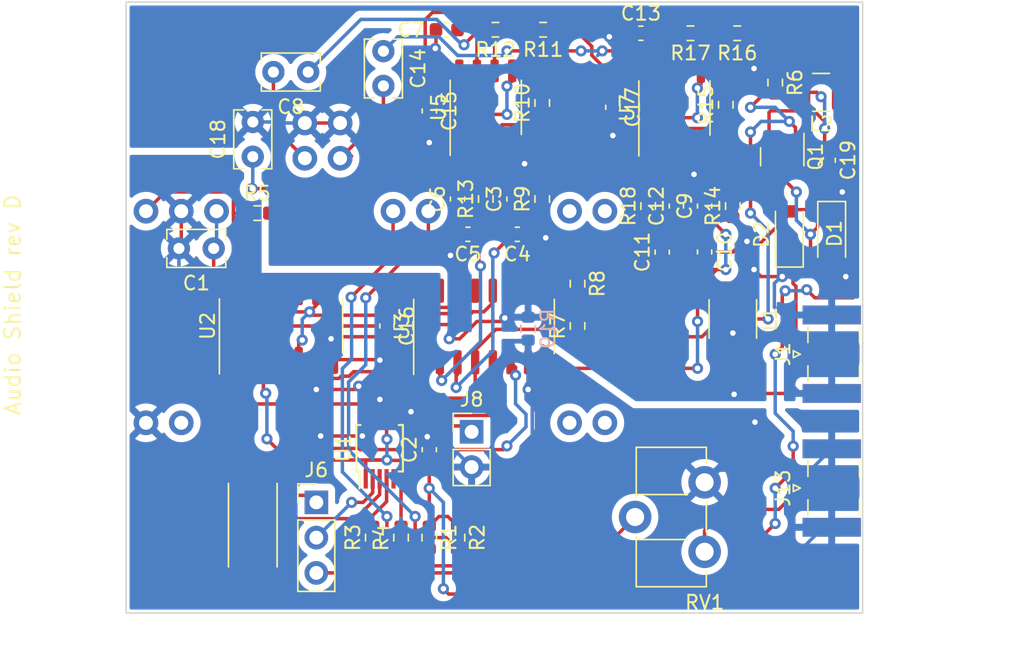
<source format=kicad_pcb>
(kicad_pcb (version 20221018) (generator pcbnew)
  (layers (0 "F.Cu" signal) (31 "B.Cu" signal) (34 "B.Paste" user) (35 "F.Paste" user) (36 "B.SilkS" user "B.Silkscreen") (37 "F.SilkS" user "F.Silkscreen") (38 "B.Mask" user) (39 "F.Mask" user) (44 "Edge.Cuts" user))
  (net 0 "")
  (net 1 "GND")
  (net 2 "Net-(U3-2Z)")
  (net 3 "Net-(C3-Pad2)")
  (net 4 "GNDA")
  (net 5 "Net-(U3-1Z)")
  (net 6 "Net-(C6-Pad2)")
  (net 7 "Net-(C7-Pad2)")
  (net 8 "Net-(U3-3Y)")
  (net 9 "Net-(C9-Pad2)")
  (net 10 "Net-(U3-4Y)")
  (net 11 "Net-(C12-Pad2)")
  (net 12 "Net-(C13-Pad2)")
  (net 13 "Net-(Q1-D)")
  (net 14 "Net-(D1-K)")
  (net 15 "Net-(Q1-S)")
  (net 16 "Net-(U1-SCL)")
  (net 17 "Net-(U1-SDA)")
  (net 18 "Net-(U3-1Y)")
  (net 19 "Net-(U3-3Z)")
  (net 20 "Net-(U1-XB)")
  (net 21 "Net-(U1-CLK1)")
  (net 22 "Net-(U5A-+)")
  (net 23 "Net-(U5B-+)")
  (net 24 "Net-(U5B--)")
  (net 25 "Net-(U7A-+)")
  (net 26 "Net-(U7B-+)")
  (net 27 "Net-(U7B--)")
  (net 33 "3.3V")
  (net 34 "5VA")
  (net 35 "Net-(J8-Pin_1)")
  (net 36 "Net-(J13-In)")
  (net 37 "Net-(J6-Pin_2)")
  (net 38 "Net-(J6-Pin_1)")
  (net 39 "Net-(J6-Pin_3)")
  (net 40 "Net-(U6-SCL)")
  (net 41 "Net-(U6-SDA)")
  (net 42 "Net-(C8-Pad1)")
  (net 43 "Net-(C8-Pad2)")
  (net 44 "Net-(C14-Pad1)")
  (net 45 "Net-(C14-Pad2)")
  (net 46 "Net-(U2G-VCC)")
  (net 47 "Net-(U1-CLK0)")
  (net 48 "Net-(U3-1E)")
  (net 49 "Net-(U3-4E)")
  (footprint "Package_SO:SOIC-14_3.9x8.7mm_P1.27mm" (layer "F.Cu") (at 168.148 84.328 90)
    (fp_text reference "U2")
    (fp_text value "74HC04")
  )
  (footprint "Potentiometer_THT:Potentiometer_ACP_CA9-H5_Horizontal" (layer "F.Cu") (at 198.628 100.584 180)
    (fp_text reference "RV1")
    (fp_text value "1K")
  )
  (footprint "Package_SO:MSOP-10_3x3mm_P0.5mm" (layer "F.Cu") (at 175.244 93.132 90)
    (fp_text reference "U1")
    (fp_text value "Si5351A-B-GT")
  )
  (footprint "Capacitor_THT:C_Rect_L4.0mm_W2.5mm_P2.50mm" (layer "F.Cu") (at 166.116 72.136 90)
    (fp_text reference "C18")
    (fp_text value "4.7u")
  )
  (footprint "Package_TO_SOT_SMD:SOT-23" (layer "F.Cu") (at 204.216 72.136 -90)
    (fp_text reference "Q1")
    (fp_text value "BF545B" hide)
  )
  (footprint "Capacitor_SMD:C_0603_1608Metric" (layer "F.Cu") (at 178.816 68.847 -90)
    (fp_text reference "C15")
    (fp_text value "100n")
  )
  (footprint "Resistor_SMD:R_0603_1608Metric" (layer "F.Cu") (at 194.564 75.692 90)
    (fp_text reference "R18")
    (fp_text value "4.7k")
  )
  (footprint "Capacitor_SMD:C_0603_1608Metric" (layer "F.Cu") (at 184.912 75.184 90)
    (fp_text reference "C3")
    (fp_text value "100n")
  )
  (footprint "Connector_Coaxial:SMA_Samtec_SMA-J-P-X-ST-EM1_EdgeMount" (layer "F.Cu") (at 207.772 86.36 90)
    (fp_text reference "J1")
    (fp_text value "Conn_Coaxial")
  )
  (footprint "Resistor_SMD:R_0603_1608Metric" (layer "F.Cu") (at 197.612 63.246 180)
    (fp_text reference "R17")
    (fp_text value "100k")
  )
  (footprint "Xtal:XTAL_ABM7-16.000MHZ-D2Y-T" (layer "F.Cu") (at 166.116 98.67 90)
    (fp_text reference "Y1" hide)
    (fp_text value "ABM7-25.000MHZ-D2Y-T")
  )
  (footprint "Package_SO:SOP-8_3.9x4.9mm_P1.27mm" (layer "F.Cu") (at 182.88 68.58 90)
    (fp_text reference "U5")
    (fp_text value "MCP6022")
  )
  (footprint "Resistor_SMD:R_0603_1608Metric" (layer "F.Cu") (at 166.433 76.2)
    (fp_text reference "R5")
    (fp_text value "100")
  )
  (footprint "Diode_SMD:D_SOD-123" (layer "F.Cu") (at 204.724 77.724 90)
    (fp_text reference "D2")
    (fp_text value "D")
  )
  (footprint "Capacitor_THT:C_Rect_L4.0mm_W2.5mm_P2.50mm" (layer "F.Cu") (at 163.302 78.74 180)
    (fp_text reference "C1")
    (fp_text value "4.7u")
  )
  (footprint "Package_SO:SO-16_3.9x9.9mm_P1.27mm" (layer "F.Cu") (at 182.753 84.363 90)
    (fp_text reference "U3")
    (fp_text value "74HC4066D_653")
  )
  (footprint "Resistor_SMD:R_0603_1608Metric" (layer "F.Cu") (at 176.784 99.568 90)
    (fp_text reference "R4")
    (fp_text value "330")
  )
  (footprint "Connector_PinHeader_2.54mm:PinHeader_1x02_P2.54mm_Vertical" (layer "F.Cu") (at 181.864 91.948)
    (fp_text reference "J8")
    (fp_text value "Conn_01x02" hide)
  )
  (footprint "Resistor_SMD:R_0603_1608Metric" (layer "F.Cu") (at 182.88 75.184 90)
    (fp_text reference "R13")
    (fp_text value "4.7k")
  )
  (footprint "Connector_PinHeader_2.54mm:PinHeader_1x03_P2.54mm_Vertical" (layer "F.Cu") (at 170.688 97.028)
    (fp_text reference "J6")
    (fp_text value "Conn_01x03_Pin" hide)
  )
  (footprint "Package_SO:SOP-8_3.9x4.9mm_P1.27mm" (layer "F.Cu") (at 196.4575 68.629 90)
    (fp_text reference "U7")
    (fp_text value "MCP6022")
  )
  (footprint "Capacitor_THT:C_Rect_L4.0mm_W2.5mm_P2.50mm" (layer "F.Cu") (at 175.514 64.536 -90)
    (fp_text reference "C14")
    (fp_text value "4.7u")
  )
  (footprint "Resistor_SMD:R_0603_1608Metric" (layer "F.Cu") (at 189.484 84.328 90)
    (fp_text reference "R7")
    (fp_text value "100")
  )
  (footprint "Capacitor_SMD:C_0603_1608Metric" (layer "F.Cu") (at 192.024 68.58 -90)
    (fp_text reference "C17")
    (fp_text value "100n")
  )
  (footprint "Capacitor_THT:C_Rect_L4.0mm_W2.5mm_P2.50mm" (layer "F.Cu") (at 170.1 66.04 180)
    (fp_text reference "C8")
    (fp_text value "4.7u")
  )
  (footprint "Inductor_SMD:L_1210_3225Metric" (layer "F.Cu") (at 207.01 67.5 180)
    (fp_text reference "L2")
    (fp_text value "100uH")
  )
  (footprint "Resistor_SMD:R_0603_1608Metric" (layer "F.Cu") (at 186.944 75.184 90)
    (fp_text reference "R9")
    (fp_text value "10k")
  )
  (footprint "Resistor_SMD:R_0603_1608Metric" (layer "F.Cu") (at 203.708 66.802 -90)
    (fp_text reference "R6")
    (fp_text value "470")
  )
  (footprint "Resistor_SMD:R_0603_1608Metric" (layer "F.Cu") (at 200.977 63.246 180)
    (fp_text reference "R16")
    (fp_text value "10k")
  )
  (footprint "Resistor_SMD:R_0603_1608Metric" (layer "F.Cu") (at 187.007 62.992 180)
    (fp_text reference "R11")
    (fp_text value "10k")
  )
  (footprint "Resistor_SMD:R_0603_1608Metric" (layer "F.Cu") (at 189.484 81.28 -90)
    (fp_text reference "R8")
    (fp_text value "100")
  )
  (footprint "Capacitor_SMD:C_0603_1608Metric" (layer "F.Cu") (at 178.816 93.231 90)
    (fp_text reference "C2")
    (fp_text value "100n")
  )
  (footprint "Resistor_SMD:R_0603_1608Metric" (layer "F.Cu") (at 200.152 68.397 90)
    (fp_text reference "R15")
    (fp_text value "100k")
  )
  (footprint "Resistor_SMD:R_0603_1608Metric" (layer "F.Cu") (at 178.816 99.568 -90)
    (fp_text reference "R1")
    (fp_text value "4.7k")
  )
  (footprint "Shield_teensy:AUDIOSHIELD-REVD-Simplified" (layer "F.Cu") (at 174.94 86.22)
    (fp_text reference "U6" hide)
    (fp_text value "AUDIOSHIELD-REVD" hide)
  )
  (footprint "Capacitor_SMD:C_0603_1608Metric" (layer "F.Cu") (at 207.518 72.39 -90)
    (fp_text reference "C19")
    (fp_text value "100n")
  )
  (footprint "Capacitor_SMD:C_0603_1608Metric" (layer "F.Cu") (at 180.848 75.184 90)
    (fp_text reference "C6")
    (fp_text value "100n")
  )
  (footprint "Capacitor_SMD:C_0603_1608Metric" (layer "F.Cu") (at 180.073 62.992)
    (fp_text reference "C7")
    (fp_text value "100n")
  )
  (footprint "Capacitor_SMD:C_0603_1608Metric" (layer "F.Cu") (at 194.0445 63.246)
    (fp_text reference "C13")
    (fp_text value "100n")
  )
  (footprint "Capacitor_SMD:C_0603_1608Metric" (layer "F.Cu") (at 185.153 77.724 180)
    (fp_text reference "C4")
    (fp_text value "2.2n")
  )
  (footprint "Capacitor_SMD:C_0603_1608Metric" (layer "F.Cu") (at 181.597 77.724 180)
    (fp_text reference "C5")
    (fp_text value "2.2n")
  )
  (footprint "Resistor_SMD:R_0603_1608Metric" (layer "F.Cu") (at 200.66 75.692 90)
    (fp_text reference "R14")
    (fp_text value "10k")
  )
  (footprint "Resistor_SMD:R_0603_1608Metric" (layer "F.Cu") (at 180.848 99.568 -90)
    (fp_text reference "R2")
    (fp_text value "4.7k")
  )
  (footprint "Capacitor_SMD:C_0603_1608Metric" (layer "F.Cu") (at 196.596 75.692 90)
    (fp_text reference "C12")
    (fp_text value "100n" hide)
  )
  (footprint "Capacitor_SMD:C_0603_1608Metric" (layer "F.Cu") (at 198.628 78.994 -90)
    (fp_text reference "C10")
    (fp_text value "2.2n")
  )
  (footprint "Resistor_SMD:R_0603_1608Metric" (layer "F.Cu") (at 174.752 99.568 90)
    (fp_text reference "R3")
    (fp_text value "330")
  )
  (footprint "Capacitor_SMD:C_0603_1608Metric" (layer "F.Cu") (at 175.768 84.328 -90)
    (fp_text reference "C16")
    (fp_text value "100n")
  )
  (footprint "Capacitor_SMD:C_0603_1608Metric" (layer "F.Cu") (at 195.58 79.007 90)
    (fp_text reference "C11")
    (fp_text value "2.2n")
  )
  (footprint "Diode_SMD:D_SOD-123" (layer "F.Cu") (at 207.772 77.724 -90)
    (fp_text reference "D1")
    (fp_text value "D")
  )
  (footprint "Capacitor_SMD:C_0603_1608Metric" (layer "F.Cu") (at 198.628 75.692 90)
    (fp_text reference "C9")
    (fp_text value "100n")
  )
  (footprint "Resistor_SMD:R_0603_1608Metric" (layer "F.Cu") (at 183.579 62.992 180)
    (fp_text reference "R12")
    (fp_text value "100k")
  )
  (footprint "Inductor_SMD:L_1812_4532Metric" (layer "F.Cu") (at 200.66 83.82 -90)
    (fp_text reference "L1")
    (fp_text value "2.2mH")
  )
  (footprint "Connector_Coaxial:SMA_Samtec_SMA-J-P-X-ST-EM1_EdgeMount" (layer "F.Cu") (at 207.772 96 90)
    (fp_text reference "J13")
    (fp_text value "Conn_Coaxial")
  )
  (footprint "Resistor_SMD:R_0603_1608Metric" (layer "F.Cu") (at 186.944 68.263 90)
    (fp_text reference "R10")
    (fp_text value "100k")
  )
  (footprint "Resistor_SMD:R_0603_1608Metric" (layer "B.Cu") (at 185.928 84.519 90)
    (fp_text reference "R19")
    (fp_text value "0")
  )
  (gr_line (start 157 61) (end 157 105) (stroke (width 0.1)) (layer "Edge.Cuts"))
  (gr_line (start 157 105) (end 210 105) (stroke (width 0.1)) (layer "Edge.Cuts"))
  (gr_line (start 210 61) (end 157 61) (stroke (width 0.1)) (layer "Edge.Cuts"))
  (gr_line (start 210 105) (end 210 61) (stroke (width 0.1)) (layer "Edge.Cuts"))
  (segment (start 178.816 92.456) (end 178.816 92.441559) (width 0.25) (layer "F.Cu") (net 1))
  (segment (start 173.495 88.9) (end 173.736 88.659) (width 0.25) (layer "F.Cu") (net 1))
  (segment (start 185.928 86.938) (end 185.928 88.899992) (width 0.25) (layer "F.Cu") (net 1))
  (segment (start 175.768 85.103) (end 171.897 85.103) (width 0.25) (layer "F.Cu") (net 1))
  (segment (start 175.768 85.518386) (end 175.26 86.026386) (width 0.25) (layer "F.Cu") (net 1))
  (segment (start 171.958 85.458) (end 171.75 85.25) (width 0.25) (layer "F.Cu") (net 1))
  (segment (start 172.011 86.75) (end 175.093193 86.75) (width 0.25) (layer "F.Cu") (net 1))
  (segment (start 202.25 91.25) (end 194 91.25) (width 0.25) (layer "F.Cu") (net 1))
  (segment (start 194 91.25) (end 192.25 93) (width 0.25) (layer "F.Cu") (net 1))
  (segment (start 175.469 89.408) (end 175.26 89.617) (width 0.25) (layer "F.Cu") (net 1))
  (segment (start 176.617 89.617) (end 177.5 90.5) (width 0.25) (layer "F.Cu") (net 1))
  (segment (start 174 92.25) (end 171 92.25) (width 0.25) (layer "F.Cu") (net 1))
  (segment (start 175.244 90.932) (end 175.244 89.633) (width 0.25) (layer "F.Cu") (net 1))
  (segment (start 160.97 76.06) (end 160.97 78.572) (width 0.25) (layer "F.Cu") (net 1))
  (segment (start 160.97 78.572) (end 160.802 78.74) (width 0.25) (layer "F.Cu") (net 1))
  (segment (start 171.897 85.103) (end 171.75 85.25) (width 0.25) (layer "F.Cu") (net 1))
  (segment (start 175.26 89.617) (end 176.617 89.617) (width 0.25) (layer "F.Cu") (net 1))
  (segment (start 178.816 92.441559) (end 178.674428 92.299987) (width 0.25) (layer "F.Cu") (net 1))
  (segment (start 170.688 88.9) (end 173.495 88.9) (width 0.25) (layer "F.Cu") (net 1))
  (segment (start 187 89.971992) (end 185.928 88.899992) (width 0.25) (layer "F.Cu") (net 1))
  (segment (start 171.958 86.803) (end 172.011 86.75) (width 0.25) (layer "F.Cu") (net 1))
  (segment (start 175.768 85.103) (end 175.768 85.518386) (width 0.25) (layer "F.Cu") (net 1))
  (segment (start 175.26 86.026386) (end 175.26 86.787984) (width 0.25) (layer "F.Cu") (net 1))
  (segment (start 171.958 86.803) (end 171.958 85.458) (width 0.25) (layer "F.Cu") (net 1))
  (segment (start 175.244 89.633) (end 175.26 89.617) (width 0.25) (layer "F.Cu") (net 1))
  (segment (start 187 93) (end 187 89.971992) (width 0.25) (layer "F.Cu") (net 1))
  (segment (start 192.25 93) (end 187 93) (width 0.25) (layer "F.Cu") (net 1))
  (via (at 175.26 86.787984) (size 0.8) (drill 0.4) (layers "F.Cu" "B.Cu") (net 1))
  (via (at 202.25 91.25) (size 0.8) (drill 0.4) (layers "F.Cu" "B.Cu") (net 1))
  (via (at 185.928 88.899992) (size 0.8) (drill 0.4) (layers "F.Cu" "B.Cu") (net 1))
  (via (at 177.5 90.5) (size 0.8) (drill 0.4) (layers "F.Cu" "B.Cu") (net 1))
  (via (at 178.674428 92.299987) (size 0.8) (drill 0.4) (layers "F.Cu" "B.Cu") (net 1))
  (via (at 171.75 85.25) (size 0.8) (drill 0.4) (layers "F.Cu" "B.Cu") (net 1))
  (via (at 173.736 88.659) (size 0.8) (drill 0.4) (layers "F.Cu" "B.Cu") (net 1))
  (via (at 171 92.25) (size 0.8) (drill 0.4) (layers "F.Cu" "B.Cu") (net 1))
  (via (at 174 92.25) (size 0.8) (drill 0.4) (layers "F.Cu" "B.Cu") (net 1))
  (via (at 170.688 88.9) (size 0.8) (drill 0.4) (layers "F.Cu" "B.Cu") (net 1))
  (via (at 175.26 89.617) (size 0.8) (drill 0.4) (layers "F.Cu" "B.Cu") (net 1))
  (segment (start 160.802 88.928) (end 158.43 91.3) (width 0.25) (layer "B.Cu") (net 1))
  (segment (start 186.225 94.191) (end 185.928 94.488) (width 0.25) (layer "B.Cu") (net 1))
  (segment (start 181.864 94.488) (end 179.675987 92.299987) (width 0.25) (layer "B.Cu") (net 1))
  (segment (start 185.928 94.488) (end 181.864 94.488) (width 0.25) (layer "B.Cu") (net 1))
  (segment (start 160.802 78.74) (end 160.802 88.928) (width 0.25) (layer "B.Cu") (net 1))
  (segment (start 178.674428 92.299987) (end 178.674428 91.674428) (width 0.25) (layer "B.Cu") (net 1))
  (segment (start 175.26 86.787984) (end 175.26 89.617) (width 0.25) (layer "B.Cu") (net 1))
  (segment (start 161.338 88.392) (end 170.18 88.392) (width 0.25) (layer "B.Cu") (net 1))
  (segment (start 185.928 85.344) (end 185.928 88.899992) (width 0.25) (layer "B.Cu") (net 1))
  (segment (start 174.694 89.617) (end 173.736 88.659) (width 0.25) (layer "B.Cu") (net 1))
  (segment (start 171 89.212) (end 170.688 88.9) (width 0.25) (layer "B.Cu") (net 1))
  (segment (start 170.688 86.312) (end 170.688 88.9) (width 0.25) (layer "B.Cu") (net 1))
  (segment (start 202.25 91.962) (end 202.25 91.25) (width 0.25) (layer "B.Cu") (net 1))
  (segment (start 179.675987 92.299987) (end 178.674428 92.299987) (width 0.25) (layer "B.Cu") (net 1))
  (segment (start 178.674428 91.674428) (end 177.5 90.5) (width 0.25) (layer "B.Cu") (net 1))
  (segment (start 186.225 89.196992) (end 186.225 94.191) (width 0.25) (layer "B.Cu") (net 1))
  (segment (start 185.928 88.899992) (end 186.225 89.196992) (width 0.25) (layer "B.Cu") (net 1))
  (segment (start 171.75 85.25) (end 170.688 86.312) (width 0.25) (layer "B.Cu") (net 1))
  (segment (start 174.543 91.707) (end 178.081441 91.707) (width 0.25) (layer "B.Cu") (net 1))
  (segment (start 198.628 95.584) (end 204.294 101.25) (width 0.25) (layer "B.Cu") (net 1))
  (segment (start 160.802 88.928) (end 161.338 88.392) (width 0.25) (layer "B.Cu") (net 1))
  (segment (start 170.688 88.9) (end 170.18 88.392) (width 0.25) (layer "B.Cu") (net 1))
  (segment (start 171 92.25) (end 171 89.212) (width 0.25) (layer "B.Cu") (net 1))
  (segment (start 174 92.25) (end 174.543 91.707) (width 0.25) (layer "B.Cu") (net 1))
  (segment (start 198.628 95.584) (end 202.25 91.962) (width 0.25) (layer "B.Cu") (net 1))
  (segment (start 204.75 101.25) (end 207.175 98.825) (width 0.25) (layer "B.Cu") (net 1))
  (segment (start 199.501 94.711) (end 198.628 95.584) (width 0.25) (layer "B.Cu") (net 1))
  (segment (start 207.175 98.825) (end 207.772 98.825) (width 0.25) (layer "B.Cu") (net 1))
  (segment (start 204.294 101.25) (end 204.75 101.25) (width 0.25) (layer "B.Cu") (net 1))
  (segment (start 175.26 89.617) (end 174.694 89.617) (width 0.25) (layer "B.Cu") (net 1))
  (segment (start 206.236 94.711) (end 199.501 94.711) (width 0.25) (layer "B.Cu") (net 1))
  (segment (start 207.772 93.175) (end 206.236 94.711) (width 0.25) (layer "B.Cu") (net 1))
  (segment (start 178.081441 91.707) (end 178.674428 92.299987) (width 0.25) (layer "B.Cu") (net 1))
  (segment (start 184.912 75.959) (end 184.912 77.19) (width 0.25) (layer "F.Cu") (net 2))
  (segment (start 184.378 78.170331) (end 183.48145 79.066881) (width 0.25) (layer "F.Cu") (net 2))
  (segment (start 180.75 88.75) (end 180.75 87.036) (width 0.25) (layer "F.Cu") (net 2))
  (segment (start 180.848 86.938) (end 180.848 87.669588) (width 0.25) (layer "F.Cu") (net 2))
  (segment (start 180.75 87.036) (end 180.848 86.938) (width 0.25) (layer "F.Cu") (net 2))
  (segment (start 180.848 86.938) (end 180.848 87.813289) (width 0.25) (layer "F.Cu") (net 2))
  (segment (start 184.912 77.19) (end 184.378 77.724) (width 0.25) (layer "F.Cu") (net 2))
  (segment (start 184.378 77.724) (end 184.378 78.170331) (width 0.25) (layer "F.Cu") (net 2))
  (via (at 183.48145 79.066881) (size 0.8) (drill 0.4) (layers "F.Cu" "B.Cu") (net 2))
  (via (at 180.75 88.75) (size 0.8) (drill 0.4) (layers "F.Cu" "B.Cu") (net 2))
  (segment (start 183.388 86.112) (end 183.388 79.160331) (width 0.25) (layer "B.Cu") (net 2))
  (segment (start 183.388 79.160331) (end 183.48145 79.066881) (width 0.25) (layer "B.Cu") (net 2))
  (segment (start 180.75 88.75) (end 183.388 86.112) (width 0.25) (layer "B.Cu") (net 2))
  (segment (start 185.344 74.409) (end 186.944 76.009) (width 0.25) (layer "F.Cu") (net 3))
  (segment (start 184.912 74.409) (end 185.344 74.409) (width 0.25) (layer "F.Cu") (net 3))
  (segment (start 207.518 73.659996) (end 208.534002 74.675998) (width 0.25) (layer "F.Cu") (net 4))
  (segment (start 202.375 65.977) (end 202.184 65.786) (width 0.25) (layer "F.Cu") (net 4))
  (segment (start 197.866 73.406) (end 197.866 71.7505) (width 0.25) (layer "F.Cu") (net 4))
  (segment (start 197.828 75.235) (end 196.596 76.467) (width 0.25) (layer "F.Cu") (net 4))
  (segment (start 203.708 65.977) (end 202.375 65.977) (width 0.25) (layer "F.Cu") (net 4))
  (segment (start 197.866 73.406) (end 197.828 73.444) (width 0.25) (layer "F.Cu") (net 4))
  (segment (start 208.788 80.39) (end 207.772 79.374) (width 0.25) (layer "F.Cu") (net 4))
  (segment (start 169.86 69.71) (end 169.278 69.71) (width 0.25) (layer "F.Cu") (net 4))
  (segment (start 200.815 89.185) (end 200.75 89.25) (width 0.25) (layer "F.Cu") (net 4))
  (segment (start 199.403 78.994) (end 198.628 78.219) (width 0.25) (layer "F.Cu") (net 4))
  (segment (start 185.674 72.094) (end 184.785 71.205) (width 0.25) (layer "F.Cu") (net 4))
  (segment (start 182.25 84) (end 181 85.25) (width 0.25) (layer "F.Cu") (net 4))
  (segment (start 186.182 77.978) (end 185.928 77.724) (width 0.25) (layer "F.Cu") (net 4))
  (segment (start 202.692 80.772) (end 202.184 80.264) (width 0.25) (layer "F.Cu") (net 4))
  (segment (start 179.298 64.288001) (end 179.248637 64.337364) (width 0.25) (layer "F.Cu") (net 4))
  (segment (start 192.024 69.355) (end 192.024 70.612) (width 0.25) (layer "F.Cu") (net 4))
  (segment (start 172.4 69.71) (end 169.86 69.71) (width 0.25) (layer "F.Cu") (net 4))
  (segment (start 184 84) (end 182.25 84) (width 0.25) (layer "F.Cu") (net 4))
  (segment (start 201.676 78.232006) (end 201.421994 78.232006) (width 0.25) (layer "F.Cu") (net 4))
  (segment (start 179.298 62.992) (end 179.298 64.288001) (width 0.25) (layer "F.Cu") (net 4))
  (segment (start 207.518 73.165) (end 207.518 73.659996) (width 0.25) (layer "F.Cu") (net 4))
  (segment (start 184.25 83.75) (end 184 84) (width 0.25) (layer "F.Cu") (net 4))
  (segment (start 181 85.25) (end 180.25 85.25) (width 0.25) (layer "F.Cu") (net 4))
  (segment (start 185.674 72.644) (end 185.674 72.094) (width 0.25) (layer "F.Cu") (net 4))
  (segment (start 196.596 77.216) (end 195.58 78.232) (width 0.25) (layer "F.Cu") (net 4))
  (segment (start 180.822 75.985) (end 180.848 75.959) (width 0.25) (layer "F.Cu") (net 4))
  (segment (start 207.772 89.185) (end 200.815 89.185) (width 0.25) (layer "F.Cu") (net 4))
  (segment (start 200.66 84.836006) (end 200.660006 84.836) (width 0.25) (layer "F.Cu") (net 4))
  (segment (start 201.421994 78.232006) (end 200.66 78.994) (width 0.25) (layer "F.Cu") (net 4))
  (segment (start 180.822 77.724) (end 180.822 78.766) (width 0.25) (layer "F.Cu") (net 4))
  (segment (start 180.822 77.724) (end 180.822 75.985) (width 0.25) (layer "F.Cu") (net 4))
  (segment (start 204.216 80.772) (end 204.216 79.882) (width 0.25) (layer "F.Cu") (net 4))
  (segment (start 195.593 78.219) (end 195.58 78.232) (width 0.25) (layer "F.Cu") (net 4))
  (segment (start 196.596 76.467) (end 196.596 77.216) (width 0.25) (layer "F.Cu") (net 4))
  (segment (start 204.216 79.882) (end 204.724 79.374) (width 0.25) (layer "F.Cu") (net 4))
  (segment (start 195.58 78.232) (end 195.847 78.499) (width 0.25) (layer "F.Cu") (net 4))
  (segment (start 197.866 71.7505) (end 198.3625 71.254) (width 0.25) (layer "F.Cu") (net 4))
  (segment (start 198.628 78.219) (end 195.593 78.219) (width 0.25) (layer "F.Cu") (net 4))
  (segment (start 200.66 78.994) (end 199.403 78.994) (width 0.25) (layer "F.Cu") (net 4))
  (segment (start 197.828 73.444) (end 197.828 75.235) (width 0.25) (layer "F.Cu") (net 4))
  (segment (start 200.66 85.9575) (end 200.66 84.836006) (width 0.25) (layer "F.Cu") (net 4))
  (segment (start 208.787994 80.772) (end 208.788 80.771994) (width 0.25) (layer "F.Cu") (net 4))
  (segment (start 192.024 63.246) (end 191.77 63.5) (width 0.25) (layer "F.Cu") (net 4))
  (segment (start 193.2695 63.246) (end 192.024 63.246) (width 0.25) (layer "F.Cu") (net 4))
  (segment (start 187.198 77.978) (end 186.182 77.978) (width 0.25) (layer "F.Cu") (net 4))
  (segment (start 178.816 69.622) (end 178.816 71.12) (width 0.25) (layer "F.Cu") (net 4))
  (segment (start 204.216 80.772) (end 202.692 80.772) (width 0.25) (layer "F.Cu") (net 4))
  (segment (start 180.822 78.766) (end 180.34 79.248) (width 0.25) (layer "F.Cu") (net 4))
  (segment (start 208.788 80.771994) (end 208.788 80.39) (width 0.25) (layer "F.Cu") (net 4))
  (via (at 185.674 72.644) (size 0.8) (drill 0.4) (layers "F.Cu" "B.Cu") (net 4))
  (via (at 180.34 79.248) (size 0.8) (drill 0.4) (layers "F.Cu" "B.Cu") (net 4))
  (via (at 202.184 65.786) (size 0.8) (drill 0.4) (layers "F.Cu" "B.Cu") (net 4))
  (via (at 179.248637 64.337364) (size 0.8) (drill 0.4) (layers "F.Cu" "B.Cu") (net 4))
  (via (at 200.75 89.25) (size 0.8) (drill 0.4) (layers "F.Cu" "B.Cu") (net 4))
  (via (at 204.216 80.772) (size 0.8) (drill 0.4) (layers "F.Cu" "B.Cu") (net 4))
  (via (at 208.788 80.771994) (size 0.8) (drill 0.4) (layers "F.Cu" "B.Cu") (net 4))
  (via (at 208.534002 74.675998) (size 0.8) (drill 0.4) (layers "F.Cu" "B.Cu") (net 4))
  (via (at 180.25 85.25) (size 0.8) (drill 0.4) (layers "F.Cu" "B.Cu") (net 4))
  (via (at 178.816 71.12) (size 0.8) (drill 0.4) (layers "F.Cu" "B.Cu") (net 4))
  (via (at 184.25 83.75) (size 0.8) (drill 0.4) (layers "F.Cu" "B.Cu") (net 4))
  (via (at 201.676 78.232006) (size 0.8) (drill 0.4) (layers "F.Cu" "B.Cu") (net 4))
  (via (at 192.024 70.612) (size 0.8) (drill 0.4) (layers "F.Cu" "B.Cu") (net 4))
  (via (at 191.77 63.5) (size 0.8) (drill 0.4) (layers "F.Cu" "B.Cu") (net 4))
  (via (at 200.660006 84.836) (size 0.8) (drill 0.4) (layers "F.Cu" "B.Cu") (net 4))
  (via (at 202.184 80.264) (size 0.8) (drill 0.4) (layers "F.Cu" "B.Cu") (net 4))
  (via (at 197.866 73.406) (size 0.8) (drill 0.4) (layers "F.Cu" "B.Cu") (net 4))
  (via (at 187.198 77.978) (size 0.8) (drill 0.4) (layers "F.Cu" "B.Cu") (net 4))
  (segment (start 168.148 69.705144) (end 168.148 74.676004) (width 0.25) (layer "B.Cu") (net 4))
  (segment (start 201.676 79.756) (end 201.676 78.232006) (width 0.25) (layer "B.Cu") (net 4))
  (segment (start 205.517 89.185) (end 204.724 88.392) (width 0.25) (layer "B.Cu") (net 4))
  (segment (start 204.216 84.836) (end 200.660006 84.836) (width 0.25) (layer "B.Cu") (net 4))
  (segment (start 168.148 69.705144) (end 168.078856 69.636) (width 0.25) (layer "B.Cu") (net 4))
  (segment (start 204.135984 80.772) (end 203.65 81.257984) (width 0.25) (layer "B.Cu") (net 4))
  (segment (start 194.564 73.406) (end 197.866 73.406) (width 0.25) (layer "B.Cu") (net 4))
  (segment (start 204.270016 84.836) (end 204.270016 83.589016) (width 0.25) (layer "B.Cu") (net 4))
  (segment (start 208.788 74.929996) (end 208.534002 74.675998) (width 0.25) (layer "B.Cu") (net 4))
  (segment (start 205.74 71.881996) (end 205.74 69.342) (width 0.25) (layer "B.Cu") (net 4))
  (segment (start 205.74 69.342) (end 202.184 65.786) (width 0.25) (layer "B.Cu") (net 4))
  (segment (start 192.037 64.837016) (end 192.037 64.194984) (width 0.25) (layer "B.Cu") (net 4))
  (segment (start 180.34 79.248) (end 170.688 79.248) (width 0.25) (layer "B.Cu") (net 4))
  (segment (start 192.786 72.644) (end 193.167 72.263) (width 0.25) (layer "B.Cu") (net 4))
  (segment (start 204.216006 80.771994) (end 204.216 80.772) (width 0.25) (layer "B.Cu") (net 4))
  (segment (start 204.724 88.392) (end 204.724 85.289984) (width 0.25) (layer "B.Cu") (net 4))
  (segment (start 185.674 72.644) (end 192.786 72.644) (width 0.25) (layer "B.Cu") (net 4))
  (segment (start 192.024 71.12) (end 193.167 72.263) (width 0.25) (layer "B.Cu") (net 4))
  (segment (start 207.772 89.185) (end 205.517 89.185) (width 0.25) (layer "B.Cu") (net 4))
  (segment (start 170.688 79.248) (end 169.926 78.486) (width 0.25) (layer "B.Cu") (net 4))
  (segment (start 185.928 83.694) (end 184.306 83.694) (width 0.25) (layer "B.Cu") (net 4))
  (segment (start 185.674 72.644) (end 185.674 76.454) (width 0.25) (layer "B.Cu") (net 4))
  (segment (start 204.724 85.289984) (end 204.270016 84.836) (width 0.25) (layer "B.Cu") (net 4))
  (segment (start 168.655996 75.184) (end 168.655996 75.692) (width 0.25) (layer "B.Cu") (net 4))
  (segment (start 180.25 85) (end 180.25 85.25) (width 0.25) (layer "B.Cu") (net 4))
  (segment (start 184.306 83.694) (end 184.25 83.75) (width 0.25) (layer "B.Cu") (net 4))
  (segment (start 187.198 77.978) (end 185.928 79.248) (width 0.25) (layer "B.Cu") (net 4))
  (segment (start 180.34 79.248) (end 180.25 79.338) (width 0.25) (layer "B.Cu") (net 4))
  (segment (start 168.148 69.705144) (end 168.152856 69.71) (width 0.25) (layer "B.Cu") (net 4))
  (segment (start 168.152856 69.71) (end 169.86 69.71) (width 0.25) (layer "B.Cu") (net 4))
  (segment (start 193.294 72.136) (end 193.294 66.094016) (width 0.25) (layer "B.Cu") (net 4))
  (segment (start 180.25 79.338) (end 180.25 85) (width 0.25) (layer "B.Cu") (net 4))
  (segment (start 185.928 79.248) (end 185.928 83.694) (width 0.25) (layer "B.Cu") (net 4))
  (segment (start 193.167 72.263) (end 193.294 72.136) (width 0.25) (layer "B.Cu") (net 4))
  (segment (start 193.294 66.094016) (end 192.037 64.837016) (width 0.25) (layer "B.Cu") (net 4))
  (segment (start 204.216 80.772) (end 204.135984 80.772) (width 0.25) (layer "B.Cu") (net 4))
  (segment (start 208.788 80.771994) (end 208.788 74.929996) (width 0.25) (layer "B.Cu") (net 4))
  (segment (start 169.926 76.962004) (end 169.163996 76.2) (width 0.25) (layer "B.Cu") (net 4))
  (segment (start 200.75 84.925994) (end 200.660006 84.836) (width 0.25) (layer "B.Cu") (net 4))
  (segment (start 200.75 89.25) (end 200.75 84.925994) (width 0.25) (layer "B.Cu") (net 4))
  (segment (start 203.65 81.257984) (end 203.65 82.969) (width 0.25) (layer "B.Cu") (net 4))
  (segment (start 178.816 71.12) (end 181.483 68.453) (width 0.25) (layer "B.Cu") (net 4))
  (segment (start 185.674 72.644) (end 181.483 68.453) (width 0.25) (layer "B.Cu") (net 4))
  (segment (start 169.926 78.486) (end 169.926 76.962004) (width 0.25) (layer "B.Cu") (net 4))
  (segment (start 168.655996 75.692) (end 169.163996 76.2) (width 0.25) (layer "B.Cu") (net 4))
  (segment (start 202.184 80.264) (end 201.676 79.756) (width 0.25) (layer "B.Cu") (net 4))
  (segment (start 193.294 72.136) (end 194.564 73.406) (width 0.25) (layer "B.Cu") (net 4))
  (segment (start 168.078856 69.636) (end 166.116 69.636) (width 0.25) (layer "B.Cu") (net 4))
  (segment (start 179.248637 66.218637) (end 179.248637 64.337364) (width 0.25) (layer "B.Cu") (net 4))
  (segment (start 185.674 76.454) (end 187.198 77.978) (width 0.25) (layer "B.Cu") (net 4))
  (segment (start 208.788 80.771994) (end 204.216006 80.771994) (width 0.25) (layer "B.Cu") (net 4))
  (segment (start 168.148 74.676004) (end 168.655996 75.184) (width 0.25) (layer "B.Cu") (net 4))
  (segment (start 207.772 83.535) (end 204.216 83.535) (width 0.25) (layer "B.Cu") (net 4))
  (segment (start 204.216 83.535) (end 203.65 82.969) (width 0.25) (layer "B.Cu") (net 4))
  (segment (start 204.216 84.836) (end 204.270016 84.836) (width 0.25) (layer "B.Cu") (net 4))
  (segment (start 191.77 63.927984) (end 191.77 63.5) (width 0.25) (layer "B.Cu") (net 4))
  (segment (start 192.024 70.612) (end 192.024 71.12) (width 0.25) (layer "B.Cu") (net 4))
  (segment (start 208.534002 74.675998) (end 205.74 71.881996) (width 0.25) (layer "B.Cu") (net 4))
  (segment (start 181.483 68.453) (end 179.248637 66.218637) (width 0.25) (layer "B.Cu") (net 4))
  (segment (start 192.037 64.194984) (end 191.77 63.927984) (width 0.25) (layer "B.Cu") (net 4))
  (segment (start 182.372 77.724) (end 182.372 79.872002) (width 0.25) (layer "F.Cu") (net 5))
  (segment (start 182.245 72.009) (end 183.896 73.66) (width 0.25) (layer "F.Cu") (net 5))
  (segment (start 182.245 71.205) (end 182.245 72.009) (width 0.25) (layer "F.Cu") (net 5))
  (segment (start 182.88 77.216) (end 182.372 77.724) (width 0.25) (layer "F.Cu") (net 5))
  (segment (start 179.578 88.12) (end 179.708 88.25) (width 0.25) (layer "F.Cu") (net 5))
  (segment (start 179.578 86.938) (end 179.578 88.12) (width 0.25) (layer "F.Cu") (net 5))
  (segment (start 182.88 76.009) (end 182.88 77.216) (width 0.25) (layer "F.Cu") (net 5))
  (segment (start 182.372 79.872002) (end 182.499998 80) (width 0.25) (layer "F.Cu") (net 5))
  (segment (start 183.896 74.993) (end 182.88 76.009) (width 0.25) (layer "F.Cu") (net 5))
  (segment (start 183.896 73.66) (end 183.896 74.993) (width 0.25) (layer "F.Cu") (net 5))
  (via (at 179.708 88.25) (size 0.8) (drill 0.4) (layers "F.Cu" "B.Cu") (net 5))
  (via (at 182.499998 80) (size 0.8) (drill 0.4) (layers "F.Cu" "B.Cu") (net 5))
  (segment (start 182.499998 80) (end 182.499998 85.458002) (width 0.25) (layer "B.Cu") (net 5))
  (segment (start 182.499998 85.458002) (end 179.708 88.25) (width 0.25) (layer "B.Cu") (net 5))
  (segment (start 180.898 74.359) (end 180.848 74.409) (width 0.25) (layer "F.Cu") (net 6))
  (segment (start 182.88 74.359) (end 180.898 74.359) (width 0.25) (layer "F.Cu") (net 6))
  (segment (start 180.848 62.612) (end 180.848 62.992) (width 0.25) (layer "F.Cu") (net 7))
  (segment (start 187.032 62.192) (end 181.648 62.192) (width 0.25) (layer "F.Cu") (net 7))
  (segment (start 181.648 62.192) (end 180.848 62.992) (width 0.25) (layer "F.Cu") (net 7))
  (segment (start 187.832 62.992) (end 187.032 62.192) (width 0.25) (layer "F.Cu") (net 7))
  (segment (start 198.12 81.6399) (end 198.12 83.999998) (width 0.25) (layer "F.Cu") (net 8))
  (segment (start 200.152 80.264) (end 199.4959 80.264) (width 0.25) (layer "F.Cu") (net 8))
  (segment (start 198.895 76.467) (end 200.152 77.724) (width 0.25) (layer "F.Cu") (net 8))
  (segment (start 200.152 80.264) (end 199.123 80.264) (width 0.25) (layer "F.Cu") (net 8))
  (segment (start 187.452 87.376) (end 187.198 87.122) (width 0.25) (layer "F.Cu") (net 8))
  (segment (start 199.4959 80.264) (end 198.12 81.6399) (width 0.25) (layer "F.Cu") (net 8))
  (segment (start 198.12 87.376) (end 187.452 87.376) (width 0.25) (layer "F.Cu") (net 8))
  (segment (start 198.628 76.467) (end 198.895 76.467) (width 0.25) (layer "F.Cu") (net 8))
  (segment (start 187.198 87.122) (end 187.198 86.938) (width 0.25) (layer "F.Cu") (net 8))
  (segment (start 199.123 80.264) (end 198.628 79.769) (width 0.25) (layer "F.Cu") (net 8))
  (via (at 198.12 87.376) (size 0.8) (drill 0.4) (layers "F.Cu" "B.Cu") (net 8))
  (via (at 200.152 77.724) (size 0.8) (drill 0.4) (layers "F.Cu" "B.Cu") (net 8))
  (via (at 198.12 83.999998) (size 0.8) (drill 0.4) (layers "F.Cu" "B.Cu") (net 8))
  (via (at 200.152 80.264) (size 0.8) (drill 0.4) (layers "F.Cu" "B.Cu") (net 8))
  (segment (start 198.12 87.376) (end 198.12 83.999998) (width 0.25) (layer "B.Cu") (net 8))
  (segment (start 200.152 77.724) (end 200.152 80.264) (width 0.25) (layer "B.Cu") (net 8))
  (segment (start 198.628 74.917) (end 199.06 74.917) (width 0.25) (layer "F.Cu") (net 9))
  (segment (start 199.06 74.917) (end 200.66 76.517) (width 0.25) (layer "F.Cu") (net 9))
  (segment (start 193.764 75.717) (end 193.764 74.137499) (width 0.25) (layer "F.Cu") (net 10))
  (segment (start 195.8225 72.078999) (end 195.8225 71.254) (width 0.25) (layer "F.Cu") (net 10))
  (segment (start 194.31 79.248) (end 185.617501 79.248) (width 0.25) (layer "F.Cu") (net 10))
  (segment (start 194.564 78.994) (end 194.31 79.248) (width 0.25) (layer "F.Cu") (net 10))
  (segment (start 193.764 74.137499) (end 195.8225 72.078999) (width 0.25) (layer "F.Cu") (net 10))
  (segment (start 194.564 76.517) (end 193.764 75.717) (width 0.25) (layer "F.Cu") (net 10))
  (segment (start 195.58 79.782) (end 195.046 79.248) (width 0.25) (layer "F.Cu") (net 10))
  (segment (start 194.564 76.517) (end 194.564 78.994) (width 0.25) (layer "F.Cu") (net 10))
  (segment (start 185.617501 79.248) (end 184.658 80.207501) (width 0.25) (layer "F.Cu") (net 10))
  (segment (start 195.046 79.248) (end 194.31 79.248) (width 0.25) (layer "F.Cu") (net 10))
  (segment (start 184.658 80.207501) (end 184.658 81.788) (width 0.25) (layer "F.Cu") (net 10))
  (segment (start 194.564 74.867) (end 196.546 74.867) (width 0.25) (layer "F.Cu") (net 11))
  (segment (start 196.546 74.867) (end 196.596 74.917) (width 0.25) (layer "F.Cu") (net 11))
  (segment (start 195.6195 62.446) (end 194.8195 63.246) (width 0.25) (layer "F.Cu") (net 12))
  (segment (start 201.802 63.246) (end 201.002 62.446) (width 0.25) (layer "F.Cu") (net 12))
  (segment (start 201.002 62.446) (end 195.6195 62.446) (width 0.25) (layer "F.Cu") (net 12))
  (segment (start 207.264 71.361) (end 207.264 69.596) (width 0.25) (layer "F.Cu") (net 13))
  (segment (start 207.518 71.615) (end 207.264 71.361) (width 0.25) (layer "F.Cu") (net 13))
  (segment (start 203.266 68.941984) (end 203.266 71.1985) (width 0.25) (layer "F.Cu") (net 13))
  (segment (start 205.61 67.5) (end 206.692 67.5) (width 0.25) (layer "F.Cu") (net 13))
  (segment (start 206.692 67.5) (end 207.01 67.818) (width 0.25) (layer "F.Cu") (net 13))
  (segment (start 203.373984 68.834) (end 203.266 68.941984) (width 0.25) (layer "F.Cu") (net 13))
  (segment (start 207.264 69.596) (end 206.502 68.834) (width 0.25) (layer "F.Cu") (net 13))
  (segment (start 207.264 69.596) (end 207.264 70.104) (width 0.25) (layer "F.Cu") (net 13))
  (segment (start 206.502 68.834) (end 203.373984 68.834) (width 0.25) (layer "F.Cu") (net 13))
  (via (at 207.264 70.104) (size 0.8) (drill 0.4) (layers "F.Cu" "B.Cu") (net 13))
  (via (at 207.01 67.818) (size 0.8) (drill 0.4) (layers "F.Cu" "B.Cu") (net 13))
  (segment (start 207.264 68.072) (end 207.01 67.818) (width 0.25) (layer "B.Cu") (net 13))
  (segment (start 207.264 70.104) (end 207.264 68.072) (width 0.25) (layer "B.Cu") (net 13))
  (segment (start 204.216 73.659996) (end 205.232 74.675996) (width 0.25) (layer "F.Cu") (net 14))
  (segment (start 207.972 86.36) (end 206.807 86.36) (width 0.25) (layer "F.Cu") (net 14))
  (segment (start 206.756 75.948) (end 204.85 75.948) (width 0.25) (layer "F.Cu") (net 14))
  (segment (start 205.2 84.753) (end 205.2 81.466984) (width 0.25) (layer "F.Cu") (net 14))
  (segment (start 206.807 86.36) (end 205.2 84.753) (width 0.25) (layer "F.Cu") (net 14))
  (segment (start 200.66 81.6825) (end 201.2225 81.12) (width 0.25) (layer "F.Cu") (net 14))
  (segment (start 204.724 76.280016) (end 204.724 76.074) (width 0.25) (layer "F.Cu") (net 14))
  (segment (start 204.991 80.505) (end 206.248 79.248) (width 0.25) (layer "F.Cu") (net 14))
  (segment (start 204.216 73.0735) (end 204.216 73.659996) (width 0.25) (layer "F.Cu") (net 14))
  (segment (start 206.756 77.216) (end 206.248 77.724) (width 0.25) (layer "F.Cu") (net 14))
  (segment (start 204.85 75.948) (end 204.724 76.074) (width 0.25) (layer "F.Cu") (net 14))
  (segment (start 201.2225 79.781516) (end 204.724 76.280016) (width 0.25) (layer "F.Cu") (net 14))
  (segment (start 205.2 81.466984) (end 204.991 81.257984) (width 0.25) (layer "F.Cu") (net 14))
  (segment (start 206.248 79.248) (end 206.248 77.724) (width 0.25) (layer "F.Cu") (net 14))
  (segment (start 204.991 81.257984) (end 204.991 80.505) (width 0.25) (layer "F.Cu") (net 14))
  (segment (start 207.772 76.074) (end 207.646 75.948) (width 0.25) (layer "F.Cu") (net 14))
  (segment (start 207.646 75.948) (end 206.756 75.948) (width 0.25) (layer "F.Cu") (net 14))
  (segment (start 206.756 75.948) (end 206.756 77.216) (width 0.25) (layer "F.Cu") (net 14))
  (segment (start 201.2225 81.12) (end 201.2225 79.781516) (width 0.25) (layer "F.Cu") (net 14))
  (via (at 206.248 77.724) (size 0.8) (drill 0.4) (layers "F.Cu" "B.Cu") (net 14))
  (via (at 205.232 74.675996) (size 0.8) (drill 0.4) (layers "F.Cu" "B.Cu") (net 14))
  (segment (start 206.248 77.724) (end 205.232 76.708) (width 0.25) (layer "B.Cu") (net 14))
  (segment (start 205.232 76.708) (end 205.232 74.675996) (width 0.25) (layer "B.Cu") (net 14))
  (segment (start 202.883 67.627) (end 201.93 68.58) (width 0.25) (layer "F.Cu") (net 15))
  (segment (start 199.724006 83.82001) (end 203.2 83.82001) (width 0.25) (layer "F.Cu") (net 15))
  (segment (start 205.166 70.037992) (end 204.724 69.595992) (width 0.25) (layer "F.Cu") (net 15))
  (segment (start 203.708 67.627) (end 202.883 67.627) (width 0.25) (layer "F.Cu") (net 15))
  (segment (start 201.93 76.2) (end 201.93 70.358) (width 0.25) (layer "F.Cu") (net 15))
  (segment (start 205.166 71.1985) (end 205.166 70.037992) (width 0.25) (layer "F.Cu") (net 15))
  (segment (start 198.441016 85.103) (end 199.724006 83.82001) (width 0.25) (layer "F.Cu") (net 15))
  (segment (start 189.484 82.105) (end 189.484 83.503) (width 0.25) (layer "F.Cu") (net 15))
  (segment (start 192.482 85.103) (end 198.441016 85.103) (width 0.25) (layer "F.Cu") (net 15))
  (segment (start 189.484 82.105) (end 192.482 85.103) (width 0.25) (layer "F.Cu") (net 15))
  (via (at 204.724 69.595992) (size 0.8) (drill 0.4) (layers "F.Cu" "B.Cu") (net 15))
  (via (at 201.93 68.58) (size 0.8) (drill 0.4) (layers "F.Cu" "B.Cu") (net 15))
  (via (at 201.93 76.2) (size 0.8) (drill 0.4) (layers "F.Cu" "B.Cu") (net 15))
  (via (at 203.2 83.82001) (size 0.8) (drill 0.4) (layers "F.Cu" "B.Cu") (net 15))
  (via (at 201.93 70.358) (size 0.8) (drill 0.4) (layers "F.Cu" "B.Cu") (net 15))
  (segment (start 203.2 77.47) (end 203.2 83.82001) (width 0.25) (layer "B.Cu") (net 15))
  (segment (start 203.708008 68.58) (end 201.93 68.58) (width 0.25) (layer "B.Cu") (net 15))
  (segment (start 204.724 69.595992) (end 202.692008 69.595992) (width 0.25) (layer "B.Cu") (net 15))
  (segment (start 201.93 76.2) (end 203.2 77.47) (width 0.25) (layer "B.Cu") (net 15))
  (segment (start 202.692008 69.595992) (end 201.93 70.358) (width 0.25) (layer "B.Cu") (net 15))
  (segment (start 203.2 83.82001) (end 202.991 83.61101) (width 0.25) (layer "B.Cu") (net 15))
  (segment (start 204.724 69.595992) (end 203.708008 68.58) (width 0.25) (layer "B.Cu") (net 15))
  (segment (start 175.744 95.332) (end 175.744 96.971984) (width 0.25) (layer "F.Cu") (net 16))
  (segment (start 174.752 97.963984) (end 174.752 98.743) (width 0.25) (layer "F.Cu") (net 16))
  (segment (start 175.744 96.971984) (end 174.752 97.963984) (width 0.25) (layer "F.Cu") (net 16))
  (segment (start 176.784 98.743) (end 176.784 95.872) (width 0.25) (layer "F.Cu") (net 17))
  (segment (start 176.784 95.872) (end 176.244 95.332) (width 0.25) (layer "F.Cu") (net 17))
  (segment (start 178.308 86.938) (end 178.308 88.404016) (width 0.25) (layer "F.Cu") (net 18))
  (segment (start 179.428984 89.525) (end 181.475 89.525) (width 0.25) (layer "F.Cu") (net 18))
  (segment (start 189.484 85.153) (end 188.9 84.569) (width 0.25) (layer "F.Cu") (net 18))
  (segment (start 183.612001 84.569) (end 183.3665 84.8145) (width 0.25) (layer "F.Cu") (net 18))
  (segment (start 182.118 88.882) (end 182.118 86.938) (width 0.25) (layer "F.Cu") (net 18))
  (segment (start 183.3665 84.8145) (end 182.118 86.063001) (width 0.25) (layer "F.Cu") (net 18))
  (segment (start 181.475 89.525) (end 182.118 88.882) (width 0.25) (layer "F.Cu") (net 18))
  (segment (start 178.308 88.404016) (end 179.428984 89.525) (width 0.25) (layer "F.Cu") (net 18))
  (segment (start 188.9 84.569) (end 183.612001 84.569) (width 0.25) (layer "F.Cu") (net 18))
  (segment (start 182.118 86.938) (end 182.118 86.063001) (width 0.25) (layer "F.Cu") (net 18))
  (segment (start 187.198 81.788) (end 185.928 81.788) (width 0.25) (layer "F.Cu") (net 19))
  (segment (start 189.484 80.455) (end 188.531 80.455) (width 0.25) (layer "F.Cu") (net 19))
  (segment (start 188.531 80.455) (end 187.198 81.788) (width 0.25) (layer "F.Cu") (net 19))
  (segment (start 173.509396 98.203) (end 169.005 98.203) (width 0.25) (layer "F.Cu") (net 20))
  (segment (start 167.776 99.432) (end 167.504 99.432) (width 0.25) (layer "F.Cu") (net 20))
  (segment (start 175.244 96.468396) (end 173.509396 98.203) (width 0.25) (layer "F.Cu") (net 20))
  (segment (start 169.005 98.203) (end 167.776 99.432) (width 0.25) (layer "F.Cu") (net 20))
  (segment (start 167.235 100.091) (end 166.624 100.702) (width 0.25) (layer "F.Cu") (net 20))
  (segment (start 175.244 95.332) (end 175.244 96.468396) (width 0.25) (layer "F.Cu") (net 20))
  (segment (start 167.504 99.432) (end 166.116 100.82) (width 0.25) (layer "F.Cu") (net 20))
  (segment (start 166.878 88.900002) (end 167.045007 89.067009) (width 0.25) (layer "F.Cu") (net 21))
  (segment (start 185.025076 87.305076) (end 185.025076 87.871307) (width 0.25) (layer "F.Cu") (net 21))
  (segment (start 167.816992 93.140992) (end 167.132 92.456) (width 0.25) (layer "F.Cu") (net 21))
  (segment (start 184.658 86.938) (end 185.025076 87.305076) (width 0.25) (layer "F.Cu") (net 21))
  (segment (start 174.744 90.932) (end 174.744 92.602016) (width 0.25) (layer "F.Cu") (net 21))
  (segment (start 166.878 86.803) (end 166.878 88.900002) (width 0.25) (layer "F.Cu") (net 21))
  (segment (start 184.137006 93.231) (end 184.404006 92.964) (width 0.25) (layer "F.Cu") (net 21))
  (segment (start 167.045007 89.067009) (end 167.045007 89.167) (width 0.25) (layer "F.Cu") (net 21))
  (segment (start 174.744 92.602016) (end 174.205024 93.140992) (width 0.25) (layer "F.Cu") (net 21))
  (segment (start 174.205024 93.140992) (end 173.736 93.140992) (width 0.25) (layer "F.Cu") (net 21))
  (segment (start 173.736 93.140992) (end 167.816992 93.140992) (width 0.25) (layer "F.Cu") (net 21))
  (segment (start 173.736 93.140992) (end 173.826008 93.231) (width 0.25) (layer "F.Cu") (net 21))
  (segment (start 173.826008 93.231) (end 184.137006 93.231) (width 0.25) (layer "F.Cu") (net 21))
  (via (at 167.132 92.456) (size 0.8) (drill 0.4) (layers "F.Cu" "B.Cu") (net 21))
  (via (at 167.045007 89.167) (size 0.8) (drill 0.4) (layers "F.Cu" "B.Cu") (net 21))
  (via (at 184.404006 92.964) (size 0.8) (drill 0.4) (layers "F.Cu" "B.Cu") (net 21))
  (via (at 185.025076 87.871307) (size 0.8) (drill 0.4) (layers "F.Cu" "B.Cu") (net 21))
  (segment (start 184.404006 92.964) (end 185.775 91.593006) (width 0.25) (layer "B.Cu") (net 21))
  (segment (start 167.132 92.456) (end 167.132 89.253993) (width 0.25) (layer "B.Cu") (net 21))
  (segment (start 185.775 90.678984) (end 185.025076 89.92906) (width 0.25) (layer "B.Cu") (net 21))
  (segment (start 167.132 89.253993) (end 167.045007 89.167) (width 0.25) (layer "B.Cu") (net 21))
  (segment (start 185.775 91.593006) (end 185.775 90.678984) (width 0.25) (layer "B.Cu") (net 21))
  (segment (start 185.025076 89.92906) (end 185.025076 87.871307) (width 0.25) (layer "B.Cu") (net 21))
  (segment (start 186.194491 69.837509) (end 184.057492 69.837509) (width 0.25) (layer "F.Cu") (net 22))
  (segment (start 184.057492 69.837509) (end 183.515 70.380001) (width 0.25) (layer "F.Cu") (net 22))
  (segment (start 186.944 69.088) (end 186.194491 69.837509) (width 0.25) (layer "F.Cu") (net 22))
  (segment (start 184.899509 73.414508) (end 183.515 72.029999) (width 0.25) (layer "F.Cu") (net 22))
  (segment (start 185.999508 73.414508) (end 184.899509 73.414508) (width 0.25) (layer "F.Cu") (net 22))
  (segment (start 183.515 72.029999) (end 183.515 71.205) (width 0.25) (layer "F.Cu") (net 22))
  (segment (start 186.944 74.359) (end 185.999508 73.414508) (width 0.25) (layer "F.Cu") (net 22))
  (segment (start 183.515 70.380001) (end 183.515 71.205) (width 0.25) (layer "F.Cu") (net 22))
  (segment (start 182.267001 69.088) (end 184.404 69.088) (width 0.25) (layer "F.Cu") (net 23))
  (segment (start 184.404 67.056) (end 184.912 66.548) (width 0.25) (layer "F.Cu") (net 23))
  (segment (start 184.912 66.082) (end 184.785 65.955) (width 0.25) (layer "F.Cu") (net 23))
  (segment (start 180.975 70.380001) (end 182.267001 69.088) (width 0.25) (layer "F.Cu") (net 23))
  (segment (start 184.912 66.548) (end 184.912 66.082) (width 0.25) (layer "F.Cu") (net 23))
  (segment (start 186.944 67.438) (end 186.268 67.438) (width 0.25) (layer "F.Cu") (net 23))
  (segment (start 180.975 71.205) (end 180.975 70.380001) (width 0.25) (layer "F.Cu") (net 23))
  (segment (start 186.268 67.438) (end 184.785 65.955) (width 0.25) (layer "F.Cu") (net 23))
  (via (at 184.404 67.056) (size 0.8) (drill 0.4) (layers "F.Cu" "B.Cu") (net 23))
  (via (at 184.404 69.088) (size 0.8) (drill 0.4) (layers "F.Cu" "B.Cu") (net 23))
  (segment (start 184.404 69.088) (end 184.404 67.056) (width 0.25) (layer "B.Cu") (net 23))
  (segment (start 183.515 63.881) (end 184.404 62.992) (width 0.25) (layer "F.Cu") (net 24))
  (segment (start 183.515 65.955) (end 183.515 63.881) (width 0.25) (layer "F.Cu") (net 24))
  (segment (start 186.182 62.992) (end 184.404 62.992) (width 0.25) (layer "F.Cu") (net 24))
  (segment (start 200.66 74.867) (end 200.66 69.73) (width 0.25) (layer "F.Cu") (net 25))
  (segment (start 197.417501 70.104) (end 197.0925 70.429001) (width 0.25) (layer "F.Cu") (net 25))
  (segment (start 200.152 69.222) (end 199.27 70.104) (width 0.25) (layer "F.Cu") (net 25))
  (segment (start 199.27 70.104) (end 197.417501 70.104) (width 0.25) (layer "F.Cu") (net 25))
  (segment (start 200.66 69.73) (end 200.152 69.222) (width 0.25) (layer "F.Cu") (net 25))
  (segment (start 197.0925 70.429001) (end 197.0925 71.254) (width 0.25) (layer "F.Cu") (net 25))
  (segment (start 194.5525 71.254) (end 194.5525 70.429001) (width 0.25) (layer "F.Cu") (net 26))
  (segment (start 194.5525 70.429001) (end 195.652501 69.329) (width 0.25) (layer "F.Cu") (net 26))
  (segment (start 195.652501 69.329) (end 198.1085 69.329) (width 0.25) (layer "F.Cu") (net 26))
  (segment (start 198.3625 66.004) (end 198.3625 66.936) (width 0.25) (layer "F.Cu") (net 26))
  (segment (start 198.3625 66.936) (end 198.1085 67.19) (width 0.25) (layer "F.Cu") (net 26))
  (segment (start 199.9305 67.572) (end 198.3625 66.004) (width 0.25) (layer "F.Cu") (net 26))
  (segment (start 200.152 67.572) (end 199.9305 67.572) (width 0.25) (layer "F.Cu") (net 26))
  (via (at 198.1085 67.19) (size 0.8) (drill 0.4) (layers "F.Cu" "B.Cu") (net 26))
  (via (at 198.1085 69.329) (size 0.8) (drill 0.4) (layers "F.Cu" "B.Cu") (net 26))
  (segment (start 198.1085 67.19) (end 198.1085 69.329) (width 0.25) (layer "B.Cu") (net 26))
  (segment (start 197.0925 64.5905) (end 197.0925 66.004) (width 0.25) (layer "F.Cu") (net 27))
  (segment (start 200.152 63.246) (end 198.437 63.246) (width 0.25) (layer "F.Cu") (net 27))
  (segment (start 198.437 63.246) (end 197.0925 64.5905) (width 0.25) (layer "F.Cu") (net 27))
  (segment (start 163.225 76.345) (end 163.51 76.06) (width 0.25) (layer "F.Cu") (net 33))
  (segment (start 204.216 81.788) (end 204.425 81.788) (width 0.25) (layer "F.Cu") (net 33))
  (segment (start 209.563 82.029) (end 209.563 71.387) (width 0.25) (layer "F.Cu") (net 33))
  (segment (start 205.002086 94.717914) (end 205.002086 92.982716) (width 0.25) (layer "F.Cu") (net 33))
  (segment (start 178.816 96.012) (end 178.816 98.743) (width 0.25) (layer "F.Cu") (net 33))
  (segment (start 175.794 94.006) (end 175.768 93.98) (width 0.25) (layer "F.Cu") (net 33))
  (segment (start 174.244 93.98) (end 174.244 95.332) (width 0.25) (layer "F.Cu") (net 33))
  (segment (start 163.302 93.706) (end 163.302 78.74) (width 0.25) (layer "F.Cu") (net 33))
  (segment (start 208.41 67.5) (end 209.042 68.132) (width 0.25) (layer "F.Cu") (net 33))
  (segment (start 178.816 96.012) (end 178.816 94.006) (width 0.25) (layer "F.Cu") (net 33))
  (segment (start 203.708 96.012) (end 205.002086 94.717914) (width 0.25) (layer "F.Cu") (net 33))
  (segment (start 179.515 98.044) (end 178.816 98.743) (width 0.25) (layer "F.Cu") (net 33))
  (segment (start 209.296 82.296) (end 209.563 82.029) (width 0.25) (layer "F.Cu") (net 33))
  (segment (start 179.832 98.044) (end 179.515 98.044) (width 0.25) (layer "F.Cu") (net 33))
  (segment (start 203.708 86.36) (end 204.216 85.852) (width 0.25) (layer "F.Cu") (net 33))
  (segment (start 203.708 98.552) (end 198.628 103.632) (width 0.25) (layer "F.Cu") (net 33))
  (segment (start 209.042 68.132) (end 209.042 70.866) (width 0.25) (layer "F.Cu") (net 33))
  (segment (start 206.558008 82.296) (end 209.296 82.296) (width 0.25) (layer "F.Cu") (net 33))
  (segment (start 163.576 93.98) (end 163.302 93.706) (width 0.25) (layer "F.Cu") (net 33))
  (segment (start 178.816 94.006) (end 175.794 94.006) (width 0.25) (layer "F.Cu") (net 33))
  (segment (start 204.216 85.852) (end 204.216 81.997) (width 0.25) (layer "F.Cu") (net 33))
  (segment (start 205.975 81.712992) (end 206.558008 82.296) (width 0.25) (layer "F.Cu") (net 33))
  (segment (start 175.768 93.98) (end 174.244 93.98) (width 0.25) (layer "F.Cu") (net 33))
  (segment (start 175.744 92.458) (end 175.768 92.482) (width 0.25) (layer "F.Cu") (net 33))
  (segment (start 175.744 90.932) (end 175.744 92.458) (width 0.25) (layer "F.Cu") (net 33))
  (segment (start 180.149 98.044) (end 180.848 98.743) (width 0.25) (layer "F.Cu") (net 33))
  (segment (start 163.576 93.98) (end 175.768 93.98) (width 0.25) (layer "F.Cu") (net 33))
  (segment (start 198.628 103.632) (end 180.214 103.632) (width 0.25) (layer "F.Cu") (net 33))
  (segment (start 179.832 98.044) (end 180.149 98.044) (width 0.25) (layer "F.Cu") (net 33))
  (segment (start 204.216 81.997) (end 204.425 81.788) (width 0.25) (layer "F.Cu") (net 33))
  (segment (start 209.563 71.387) (end 209.042 70.866) (width 0.25) (layer "F.Cu") (net 33))
  (segment (start 180.214 103.632) (end 179.832 103.25) (width 0.25) (layer "F.Cu") (net 33))
  (via (at 175.768 93.98) (size 0.8) (drill 0.4) (layers "F.Cu" "B.Cu") (net 33))
  (via (at 203.708 86.36) (size 0.8) (drill 0.4) (layers "F.Cu" "B.Cu") (net 33))
  (via (at 179.832 103.25) (size 0.8) (drill 0.4) (layers "F.Cu" "B.Cu") (net 33))
  (via (at 178.816 96.012) (size 0.8) (drill 0.4) (layers "F.Cu" "B.Cu") (net 33))
  (via (at 204.425 81.788) (size 0.8) (drill 0.4) (layers "F.Cu" "B.Cu") (net 33))
  (via (at 203.708 98.552) (size 0.8) (drill 0.4) (layers "F.Cu" "B.Cu") (net 33))
  (via (at 203.708 96.012) (size 0.8) (drill 0.4) (layers "F.Cu" "B.Cu") (net 33))
  (via (at 175.768 92.482) (size 0.8) (drill 0.4) (layers "F.Cu" "B.Cu") (net 33))
  (via (at 205.975 81.712992) (size 0.8) (drill 0.4) (layers "F.Cu" "B.Cu") (net 33))
  (via (at 205.002086 92.982716) (size 0.8) (drill 0.4) (layers "F.Cu" "B.Cu") (net 33))
  (segment (start 203.708 96.012) (end 203.708 98.552) (width 0.25) (layer "B.Cu") (net 33))
  (segment (start 163.51 78.532) (end 163.302 78.74) (width 0.25) (layer "B.Cu") (net 33))
  (segment (start 204.425 81.788) (end 205.899992 81.788) (width 0.25) (layer "B.Cu") (net 33))
  (segment (start 205.899992 81.788) (end 205.975 81.712992) (width 0.25) (layer "B.Cu") (net 33))
  (segment (start 163.51 76.06) (end 163.51 78.532) (width 0.25) (layer "B.Cu") (net 33))
  (segment (start 178.816 96.012) (end 179.832 97.028) (width 0.25) (layer "B.Cu") (net 33))
  (segment (start 203.708 86.36) (end 203.708 90.611981) (width 0.25) (layer "B.Cu") (net 33))
  (segment (start 203.708 90.611981) (end 205.002086 91.906067) (width 0.25) (layer "B.Cu") (net 33))
  (segment (start 175.768 93.98) (end 175.768 92.482) (width 0.25) (layer "B.Cu") (net 33))
  (segment (start 179.832 97.028) (end 179.832 103.25) (width 0.25) (layer "B.Cu") (net 33))
  (segment (start 205.002086 91.906067) (end 205.002086 92.982716) (width 0.25) (layer "B.Cu") (net 33))
  (segment (start 194.5525 66.004) (end 192.024 66.004) (width 0.25) (layer "F.Cu") (net 34))
  (segment (start 178.816 68.072) (end 178.308 68.072) (width 0.25) (layer "F.Cu") (net 34))
  (segment (start 177.8 70.003) (end 173.4315 74.3715) (width 0.25) (layer "F.Cu") (net 34))
  (segment (start 178.523 64.262) (end 177.8 64.985) (width 0.25) (layer "F.Cu") (net 34))
  (segment (start 173.368 74.435) (end 173.4315 74.3715) (width 0.25) (layer "F.Cu") (net 34))
  (segment (start 177.8 67.564) (end 177.8 70.003) (width 0.25) (layer "F.Cu") (net 34))
  (segment (start 190.513 64.837016) (end 190.513 64.194984) (width 0.25) (layer "F.Cu") (net 34))
  (segment (start 167.258 76.2) (end 167.399 76.2) (width 0.25) (layer "F.Cu") (net 34))
  (segment (start 178.308 68.072) (end 177.8 67.564) (width 0.25) (layer "F.Cu") (net 34))
  (segment (start 192.024 67.805) (end 192.024 66.004) (width 0.25) (layer "F.Cu") (net 34))
  (segment (start 169.164 74.435) (end 173.368 74.435) (width 0.25) (layer "F.Cu") (net 34))
  (segment (start 179.05 61.742) (end 178.523 62.269) (width 0.25) (layer "F.Cu") (net 34))
  (segment (start 178.523 64.731) (end 179.747 65.955) (width 0.25) (layer "F.Cu") (net 34))
  (segment (start 190.513 64.194984) (end 188.060016 61.742) (width 0.25) (layer "F.Cu") (net 34))
  (segment (start 165.849 74.208008) (end 166.075992 74.435) (width 0.25) (layer "F.Cu") (net 34))
  (segment (start 167.399 76.2) (end 169.164 74.435) (width 0.25) (layer "F.Cu") (net 34))
  (segment (start 169.164 74.435) (end 166.075992 74.435) (width 0.25) (layer "F.Cu") (net 34))
  (segment (start 177.8 64.985) (end 177.8 67.564) (width 0.25) (layer "F.Cu") (net 34))
  (segment (start 192.024 66.004) (end 191.679984 66.004) (width 0.25) (layer "F.Cu") (net 34))
  (segment (start 179.747 65.955) (end 180.975 65.955) (width 0.25) (layer "F.Cu") (net 34))
  (segment (start 178.523 64.262) (end 178.523 64.731) (width 0.25) (layer "F.Cu") (net 34))
  (segment (start 194.3825 66.174) (end 194.5525 66.004) (width 0.25) (layer "F.Cu") (net 34))
  (segment (start 191.679984 66.004) (end 190.513 64.837016) (width 0.25) (layer "F.Cu") (net 34))
  (segment (start 188.060016 61.742) (end 179.05 61.742) (width 0.25) (layer "F.Cu") (net 34))
  (segment (start 178.523 62.269) (end 178.523 64.262) (width 0.25) (layer "F.Cu") (net 34))
  (via (at 166.075992 74.435) (size 0.8) (drill 0.4) (layers "F.Cu" "B.Cu") (net 34))
  (segment (start 166.075992 74.208008) (end 166.075992 74.435) (width 0.25) (layer "B.Cu") (net 34))
  (segment (start 166.116 74.168) (end 166.075992 74.208008) (width 0.25) (layer "B.Cu") (net 34))
  (segment (start 166.116 72.136) (end 166.116 74.168) (width 0.25) (layer "B.Cu") (net 34))
  (segment (start 181.441 91.525) (end 176.837 91.525) (width 0.25) (layer "F.Cu") (net 35))
  (segment (start 176.837 91.525) (end 176.244 90.932) (width 0.25) (layer "F.Cu") (net 35))
  (segment (start 181.864 91.948) (end 181.441 91.525) (width 0.25) (layer "F.Cu") (net 35))
  (segment (start 205.5 96) (end 207.972 96) (width 0.25) (layer "F.Cu") (net 36))
  (segment (start 203.964 97.536) (end 205.5 96) (width 0.25) (layer "F.Cu") (net 36))
  (segment (start 198.628 100.584) (end 198.628 99.06) (width 0.25) (layer "F.Cu") (net 36))
  (segment (start 198.628 99.06) (end 200.152 97.536) (width 0.25) (layer "F.Cu") (net 36))
  (segment (start 200.152 97.536) (end 203.964 97.536) (width 0.25) (layer "F.Cu") (net 36))
  (segment (start 174.744 96.332) (end 174.744 95.332) (width 0.25) (layer "F.Cu") (net 37))
  (segment (start 174.048 97.028) (end 174.744 96.332) (width 0.25) (layer "F.Cu") (net 37))
  (segment (start 173.228 97.028) (end 174.048 97.028) (width 0.25) (layer "F.Cu") (net 37))
  (via (at 173.228 97.028) (size 0.8) (drill 0.4) (layers "F.Cu" "B.Cu") (net 37))
  (segment (start 170.688 99.568) (end 173.228 97.028) (width 0.25) (layer "B.Cu") (net 37))
  (segment (start 166.116 96.52) (end 170.18 96.52) (width 0.25) (layer "F.Cu") (net 38))
  (segment (start 170.18 96.52) (end 170.688 97.028) (width 0.25) (layer "F.Cu") (net 38))
  (segment (start 170.688 102.108) (end 189.604 102.108) (width 0.25) (layer "F.Cu") (net 39))
  (segment (start 189.604 102.108) (end 193.628 98.084) (width 0.25) (layer "F.Cu") (net 39))
  (segment (start 176.975 100.584) (end 176.784 100.393) (width 0.25) (layer "F.Cu") (net 40))
  (segment (start 178.816 100.393) (end 178.625 100.584) (width 0.25) (layer "F.Cu") (net 40))
  (segment (start 176.21 76.06) (end 176.21 79.233984) (width 0.25) (layer "F.Cu") (net 40))
  (segment (start 178.625 100.584) (end 176.975 100.584) (width 0.25) (layer "F.Cu") (net 40))
  (segment (start 175.768 99.377) (end 176.784 100.393) (width 0.25) (layer "F.Cu") (net 40))
  (segment (start 176.21 79.233984) (end 173.187992 82.255992) (width 0.25) (layer "F.Cu") (net 40))
  (segment (start 175.768 98.044) (end 175.768 99.377) (width 0.25) (layer "F.Cu") (net 40))
  (via (at 173.187992 82.255992) (size 0.8) (drill 0.4) (layers "F.Cu" "B.Cu") (net 40))
  (via (at 175.768 98.044) (size 0.8) (drill 0.4) (layers "F.Cu" "B.Cu") (net 40))
  (segment (start 176.21 76.06) (end 176.784 76.634) (width 0.25) (layer "B.Cu") (net 40))
  (segment (start 173.228 86.731296) (end 173.228 82.296) (width 0.25) (layer "B.Cu") (net 40))
  (segment (start 172.991103 86.968193) (end 173.228 86.731296) (width 0.25) (layer "B.Cu") (net 40))
  (segment (start 172.991103 86.968193) (end 172.561 87.398296) (width 0.25) (layer "B.Cu") (net 40))
  (segment (start 172.561 87.398296) (end 172.561 94.837) (width 0.25) (layer "B.Cu") (net 40))
  (segment (start 173.228 82.296) (end 173.187992 82.255992) (width 0.25) (layer "B.Cu") (net 40))
  (segment (start 172.561 94.837) (end 175.768 98.044) (width 0.25) (layer "B.Cu") (net 40))
  (segment (start 177.8 98.044) (end 177.8 98.950004) (width 0.25) (layer "F.Cu") (net 41))
  (segment (start 180.848 100.393) (end 180.848 101.6) (width 0.25) (layer "F.Cu") (net 41))
  (segment (start 177.8 98.950004) (end 178.417996 99.568) (width 0.25) (layer "F.Cu") (net 41))
  (segment (start 180.023 99.568) (end 180.848 100.393) (width 0.25) (layer "F.Cu") (net 41))
  (segment (start 180.848 101.6) (end 174.752 101.6) (width 0.25) (layer "F.Cu") (net 41))
  (segment (start 174.752 101.6) (end 174.752 100.393) (width 0.25) (layer "F.Cu") (net 41))
  (segment (start 178.75 77.79) (end 174.244 82.296) (width 0.25) (layer "F.Cu") (net 41))
  (segment (start 178.75 76.06) (end 178.75 77.79) (width 0.25) (layer "F.Cu") (net 41))
  (segment (start 178.417996 99.568) (end 180.023 99.568) (width 0.25) (layer "F.Cu") (net 41))
  (via (at 174.244 82.296) (size 0.8) (drill 0.4) (layers "F.Cu" "B.Cu") (net 41))
  (via (at 177.8 98.044) (size 0.8) (drill 0.4) (layers "F.Cu" "B.Cu") (net 41))
  (segment (start 173.011 88.358695) (end 173.011 93.255) (width 0.25) (layer "B.Cu") (net 41))
  (segment (start 174.244 82.296) (end 174.244 87.125695) (width 0.25) (layer "B.Cu") (net 41))
  (segment (start 174.244 87.125695) (end 173.011 88.358695) (width 0.25) (layer "B.Cu") (net 41))
  (segment (start 173.011 93.255) (end 177.8 98.044) (width 0.25) (layer "B.Cu") (net 41))
  (segment (start 182.754 62.992) (end 182.40025 62.992) (width 0.25) (layer "F.Cu") (net 42))
  (segment (start 182.40025 62.992) (end 181.315992 64.076258) (width 0.25) (layer "F.Cu") (net 42))
  (segment (start 182.245 63.501) (end 182.754 62.992) (width 0.25) (layer "F.Cu") (net 42))
  (segment (start 182.245 65.955) (end 182.245 63.501) (width 0.25) (layer "F.Cu") (net 42))
  (via (at 181.315992 64.076258) (size 0.8) (drill 0.4) (layers "F.Cu" "B.Cu") (net 42))
  (segment (start 179.344 62.25) (end 181.170258 64.076258) (width 0.25) (layer "B.Cu") (net 42))
  (segment (start 173.89 62.25) (end 179.344 62.25) (width 0.25) (layer "B.Cu") (net 42))
  (segment (start 170.1 66.04) (end 173.89 62.25) (width 0.25) (layer "B.Cu") (net 42))
  (segment (start 181.170258 64.076258) (end 181.315992 64.076258) (width 0.25) (layer "B.Cu") (net 42))
  (segment (start 167.6 69.99) (end 169.86 72.25) (width 0.25) (layer "F.Cu") (net 43))
  (segment (start 167.6 66.04) (end 167.6 69.99) (width 0.25) (layer "F.Cu") (net 43))
  (segment (start 170.046396 72.7) (end 170.178198 72.568198) (width 0.25) (layer "F.Cu") (net 43))
  (segment (start 195.8225 66.004) (end 195.8225 64.2105) (width 0.25) (layer "F.Cu") (net 44))
  (segment (start 195.8225 64.2105) (end 196.787 63.246) (width 0.25) (layer "F.Cu") (net 44))
  (segment (start 196.787 63.246) (end 195.517 64.516) (width 0.25) (layer "F.Cu") (net 44))
  (segment (start 189.738 64.516) (end 184.404 64.516) (width 0.25) (layer "F.Cu") (net 44))
  (segment (start 195.517 64.516) (end 194.564 64.516) (width 0.25) (layer "F.Cu") (net 44))
  (segment (start 194.564 64.516) (end 191.262 64.516) (width 0.25) (layer "F.Cu") (net 44))
  (via (at 189.738 64.516) (size 0.8) (drill 0.4) (layers "F.Cu" "B.Cu") (net 44))
  (via (at 184.404 64.516) (size 0.8) (drill 0.4) (layers "F.Cu" "B.Cu") (net 44))
  (via (at 191.262 64.516) (size 0.8) (drill 0.4) (layers "F.Cu" "B.Cu") (net 44))
  (segment (start 191.262 64.516) (end 189.738 64.516) (width 0.25) (layer "B.Cu") (net 44))
  (segment (start 180.858547 64.851258) (end 179.507289 63.5) (width 0.25) (layer "B.Cu") (net 44))
  (segment (start 184.068742 64.851258) (end 180.858547 64.851258) (width 0.25) (layer "B.Cu") (net 44))
  (segment (start 184.404 64.516) (end 184.068742 64.851258) (width 0.25) (layer "B.Cu") (net 44))
  (segment (start 176.55 63.5) (end 175.514 64.536) (width 0.25) (layer "B.Cu") (net 44))
  (segment (start 191.262 64.516) (end 190.926742 64.851258) (width 0.25) (layer "B.Cu") (net 44))
  (segment (start 179.507289 63.5) (end 176.55 63.5) (width 0.25) (layer "B.Cu") (net 44))
  (segment (start 173.228 72.096) (end 172.554 72.096) (width 0.25) (layer "F.Cu") (net 45))
  (segment (start 175.514 67.036) (end 175.514 69.136) (width 0.25) (layer "F.Cu") (net 45))
  (segment (start 175.514 69.136) (end 172.4 72.25) (width 0.25) (layer "F.Cu") (net 45))
  (segment (start 172.554 72.096) (end 172.4 72.25) (width 0.25) (layer "F.Cu") (net 45))
  (segment (start 175.768 83.553) (end 176.333 82.988) (width 0.25) (layer "F.Cu") (net 46))
  (segment (start 164.724 81.467) (end 164.724 76.2) (width 0.25) (layer "F.Cu") (net 46))
  (segment (start 170.444999 83.553) (end 175.768 83.553) (width 0.25) (layer "F.Cu") (net 46))
  (segment (start 164.724 74.808) (end 164.592 74.676) (width 0.25) (layer "F.Cu") (net 46))
  (segment (start 175.26 83.82) (end 175.26 83.81999) (width 0.25) (layer "F.Cu") (net 46))
  (segment (start 176.333 82.988) (end 180.522999 82.988) (width 0.25) (layer "F.Cu") (net 46))
  (segment (start 164.338 81.853) (end 164.724 81.467) (width 0.25) (layer "F.Cu") (net 46))
  (segment (start 170.688 82.827999) (end 170.688 81.853) (width 0.25) (layer "F.Cu") (net 46))
  (segment (start 165.608 76.2) (end 164.724 76.2) (width 0.25) (layer "F.Cu") (net 46))
  (segment (start 165.608 81.853) (end 165.608 83.312) (width 0.25) (layer "F.Cu") (net 46))
  (segment (start 169.418 86.803) (end 169.418 85.598) (width 0.25) (layer "F.Cu") (net 46))
  (segment (start 164.592 74.676) (end 159.814 74.676) (width 0.25) (layer "F.Cu") (net 46))
  (segment (start 164.338 83.058) (end 164.592 83.312) (width 0.25) (layer "F.Cu") (net 46))
  (segment (start 170.203999 83.312) (end 170.688 82.827999) (width 0.25) (layer "F.Cu") (net 46))
  (segment (start 159.814 74.676) (end 158.43 76.06) (width 0.25) (layer "F.Cu") (net 46))
  (segment (start 168.148 83.312) (end 170.203999 83.312) (width 0.25) (layer "F.Cu") (net 46))
  (segment (start 164.724 76.2) (end 164.724 74.808) (width 0.25) (layer "F.Cu") (net 46))
  (segment (start 180.522999 82.988) (end 180.848 82.662999) (width 0.25) (layer "F.Cu") (net 46))
  (segment (start 168.148 81.853) (end 168.148 83.312) (width 0.25) (layer "F.Cu") (net 46))
  (segment (start 164.592 83.312) (end 165.608 83.312) (width 0.25) (layer "F.Cu") (net 46))
  (segment (start 180.848 82.662999) (end 180.848 81.788) (width 0.25) (layer "F.Cu") (net 46))
  (segment (start 165.608 83.312) (end 168.148 83.312) (width 0.25) (layer "F.Cu") (net 46))
  (segment (start 169.418 85.598) (end 169.672 85.344) (width 0.25) (layer "F.Cu") (net 46))
  (segment (start 164.338 81.853) (end 164.338 83.058) (width 0.25) (layer "F.Cu") (net 46))
  (segment (start 170.203999 83.312) (end 170.444999 83.553) (width 0.25) (layer "F.Cu") (net 46))
  (via (at 169.672 85.344) (size 0.8) (drill 0.4) (layers "F.Cu" "B.Cu") (net 46))
  (via (at 170.203999 83.312) (size 0.8) (drill 0.4) (layers "F.Cu" "B.Cu") (net 46))
  (segment (start 169.672 83.843999) (end 170.203999 83.312) (width 0.25) (layer "B.Cu") (net 46))
  (segment (start 169.672 85.344) (end 169.672 83.843999) (width 0.25) (layer "B.Cu") (net 46))
  (segment (start 174.81 88.842) (end 177.473192 88.842) (width 0.25) (layer "F.Cu") (net 47))
  (segment (start 173.71 89.942) (end 165.126 89.942) (width 0.25) (layer "F.Cu") (net 47))
  (segment (start 174.244 90.932) (end 174.244 89.408) (width 0.25) (layer "F.Cu") (net 47))
  (segment (start 183.571755 90.773) (end 183.819755 90.525) (width 0.25) (layer "F.Cu") (net 47))
  (segment (start 179.404192 90.773) (end 183.571755 90.773) (width 0.25) (layer "F.Cu") (net 47))
  (segment (start 174.244 89.408) (end 173.71 89.942) (width 0.25) (layer "F.Cu") (net 47))
  (segment (start 183.819755 87.369755) (end 183.819755 90.525) (width 0.25) (layer "F.Cu") (net 47))
  (segment (start 164.338 89.154) (end 164.338 86.803) (width 0.25) (layer "F.Cu") (net 47))
  (segment (start 177.473192 88.842) (end 179.404192 90.773) (width 0.25) (layer "F.Cu") (net 47))
  (segment (start 183.388 86.938) (end 183.819755 87.369755) (width 0.25) (layer "F.Cu") (net 47))
  (segment (start 165.126 89.942) (end 164.338 89.154) (width 0.25) (layer "F.Cu") (net 47))
  (segment (start 174.244 89.408) (end 174.81 88.842) (width 0.25) (layer "F.Cu") (net 47))
  (segment (start 165.608 86.803) (end 165.608 84.836) (width 0.25) (layer "F.Cu") (net 48))
  (segment (start 165.608 84.836) (end 166.116 84.328) (width 0.25) (layer "F.Cu") (net 48))
  (segment (start 166.116 84.328) (end 177.172 84.328) (width 0.25) (layer "F.Cu") (net 48))
  (segment (start 182.118 82.068908) (end 182.118 81.788) (width 0.25) (layer "F.Cu") (net 48))
  (segment (start 180.709395 83.438) (end 181.159395 82.988) (width 0.25) (layer "F.Cu") (net 48))
  (segment (start 177.172 84.328) (end 178.062 83.438) (width 0.25) (layer "F.Cu") (net 48))
  (segment (start 178.062 83.438) (end 180.709395 83.438) (width 0.25) (layer "F.Cu") (net 48))
  (segment (start 181.198908 82.988) (end 182.118 82.068908) (width 0.25) (layer "F.Cu") (net 48))
  (segment (start 182.750999 83.3) (end 183.388 82.662999) (width 0.25) (layer "F.Cu") (net 49))
  (segment (start 177.233 86.419) (end 177.233 85.825696) (width 0.25) (layer "F.Cu") (net 49))
  (segment (start 177.770696 85.288) (end 177.770696 84.729304) (width 0.25) (layer "F.Cu") (net 49))
  (segment (start 172.469908 87.942) (end 173.041604 87.942) (width 0.25) (layer "F.Cu") (net 49))
  (segment (start 181.95 83.3) (end 182.750999 83.3) (width 0.25) (layer "F.Cu") (net 49))
  (segment (start 172.308908 88.103) (end 172.469908 87.942) (width 0.25) (layer "F.Cu") (net 49))
  (segment (start 177.770696 84.729304) (end 178.275 84.225) (width 0.25) (layer "F.Cu") (net 49))
  (segment (start 171.199908 87.942) (end 171.446092 87.942) (width 0.25) (layer "F.Cu") (net 49))
  (segment (start 171.038908 88.103) (end 171.199908 87.942) (width 0.25) (layer "F.Cu") (net 49))
  (segment (start 183.388 82.662999) (end 183.388 81.788) (width 0.25) (layer "F.Cu") (net 49))
  (segment (start 173.366604 87.617) (end 176.035 87.617) (width 0.25) (layer "F.Cu") (net 49))
  (segment (start 171.446092 87.942) (end 171.607092 88.103) (width 0.25) (layer "F.Cu") (net 49))
  (segment (start 178.275 84.225) (end 181.025 84.225) (width 0.25) (layer "F.Cu") (net 49))
  (segment (start 176.035 87.617) (end 177.233 86.419) (width 0.25) (layer "F.Cu") (net 49))
  (segment (start 168.473001 88.103) (end 171.038908 88.103) (width 0.25) (layer "F.Cu") (net 49))
  (segment (start 171.607092 88.103) (end 172.308908 88.103) (width 0.25) (layer "F.Cu") (net 49))
  (segment (start 168.148 86.803) (end 168.148 87.777999) (width 0.25) (layer "F.Cu") (net 49))
  (segment (start 168.148 87.777999) (end 168.473001 88.103) (width 0.25) (layer "F.Cu") (net 49))
  (segment (start 177.233 85.825696) (end 177.770696 85.288) (width 0.25) (layer "F.Cu") (net 49))
  (segment (start 181.025 84.225) (end 181.95 83.3) (width 0.25) (layer "F.Cu") (net 49))
  (segment (start 173.041604 87.942) (end 173.366604 87.617) (width 0.25) (layer "F.Cu") (net 49))
  (zone (net 4) (net_name "GNDA") (layer "B.Cu") (connect_pads (clearance 0.5)) (min_thickness 0.25) (fill yes (thermal_gap 0.5) (thermal_bridge_width 0.5))
    (polygon (pts (xy 157.25 61.25) (xy 209.75 61.25) (xy 209.75 90.25) (xy 193.5 90.25) (xy 186.5 85.25) (xy 179.75 85.25) (xy 179.75 80.5) (xy 166.75 80.5) (xy 166.75 72) (xy 157.25 72)))
  )
  (zone (net 1) (net_name "GND") (layer "B.Cu") (priority 1) (connect_pads (clearance 0.5)) (min_thickness 0.25) (fill yes (thermal_gap 0.5) (thermal_bridge_width 0.5))
    (polygon (pts (xy 157.25 72) (xy 157.25 104.75) (xy 209.75 104.75) (xy 209.75 90.25) (xy 193.5 90.25) (xy 186.5 85.25) (xy 179.75 85.25) (xy 179.75 80.5) (xy 166.75 80.5) (xy 166.75 72)))
  )
)
</source>
